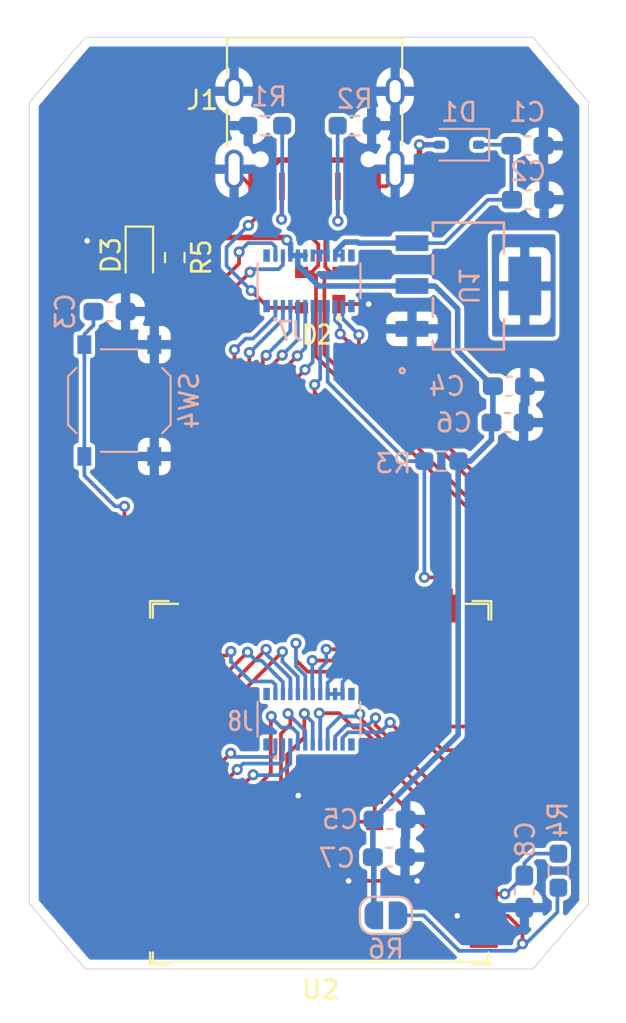
<source format=kicad_pcb>
(kicad_pcb (version 20241229) (generator "pcbnew") (generator_version "9.0")
  (layers (0 "F.Cu" signal) (2 "B.Cu" signal) (13 "F.Paste" user) (15 "B.Paste" user) (5 "F.SilkS" user "F.Silkscreen") (7 "B.SilkS" user "B.Silkscreen") (1 "F.Mask" user) (3 "B.Mask" user) (25 "Edge.Cuts" user))
  (net 0 "")
  (net 1 "GND")
  (net 2 "VCC_3V3")
  (net 3 "GPIO0")
  (net 4 "VCC_5V")
  (net 5 "VBUS")
  (net 6 "Net-(D3-A)")
  (net 7 "D-")
  (net 8 "D+")
  (net 11 "TXD0")
  (net 12 "/CC2")
  (net 13 "/CC1")
  (net 14 "RXD0")
  (net 15 "GPIO41")
  (net 16 "GPIO42")
  (net 17 "/CHIP_PU")
  (net 18 "GPIO2")
  (net 19 "GPIO1")
  (net 20 "GPIO7")
  (net 21 "GPIO10")
  (net 22 "GPIO9")
  (net 23 "GPIO8")
  (net 24 "GPIO13")
  (net 25 "GPIO4")
  (net 26 "GPIO11")
  (net 27 "GPIO14")
  (net 28 "GPIO12")
  (net 29 "GPIO5")
  (net 30 "GPIO16")
  (net 31 "GPIO18")
  (net 32 "GPIO6")
  (net 33 "GPIO17")
  (net 34 "GPIO3")
  (net 35 "ESP_3.3V")
  (net 36 "GPIO35")
  (net 37 "GPIO36")
  (net 38 "GPIO37")
  (net 39 "GPIO38")
  (net 40 "GPIO21")
  (net 41 "GPIO47")
  (net 42 "GPIO48")
  (net 43 "unconnected-(U1-EPAD-Pad4)")
  (net 48 "GPIO15")
  (footprint "PRTR5V0U2X_215:PRTR5V0U2X_215" (layer "F.Cu") (at 143.55 82.475 90)
    (property "Reference" "D2")
    (property "Value" "PRTR5V0U2X_215")
  )
  (footprint "Resistor_SMD:R_0603_1608Metric_Pad0.98x0.95mm_HandSolder" (layer "F.Cu") (at 135.75 80.725 -90)
    (property "Reference" "R5")
    (property "Value" "1K")
  )
  (footprint "12402012E212A:USB_C_Receptacle_HRO_TYPE-C-31-M-12" (layer "F.Cu") (at 143.25 72.855 180)
    (property "Reference" "J1")
    (property "Value" "USB_C_Receptacle_USB2.0_16P")
  )
  (footprint "PCM_Espressif:ESP32-S3-WROOM-1U" (layer "F.Cu") (at 143.575 109.06 180)
    (property "Reference" "U2")
    (property "Value" "ESP32-S3-WROOM-1U-N4")
  )
  (footprint "LED_SMD:LED_0603_1608Metric_Pad1.05x0.95mm_HandSolder" (layer "F.Cu") (at 133.85 80.725 -90)
    (property "Reference" "D3")
    (property "Value" "LED")
  )
  (footprint "Button_Switch_SMD:SW_Push_1P1T_XKB_TS-1187A" (layer "B.Cu") (at 132.775 88.4 90)
    (property "Reference" "SW4")
    (property "Value" "SW_Push")
  )
  (footprint "Resistor_SMD:R_0603_1608Metric_Pad0.98x0.95mm_HandSolder" (layer "B.Cu") (at 145.4 73.65 180)
    (property "Reference" "R2")
    (property "Value" "5.1K")
  )
  (footprint "Diode_SMD:D_SOD-323" (layer "B.Cu") (at 151 74.675 180)
    (property "Reference" "D1")
    (property "Value" "1N5819WS")
  )
  (footprint "Jumper:SolderJumper-2_P1.3mm_Open_RoundedPad1.0x1.5mm" (layer "B.Cu") (at 147.075 116.025)
    (property "Reference" "R6")
    (property "Value" "0")
  )
  (footprint "Capacitor_SMD:C_0603_1608Metric_Pad1.08x0.95mm_HandSolder" (layer "B.Cu") (at 147.275 110.875)
    (property "Reference" "C5")
    (property "Value" "10uF")
  )
  (footprint "Capacitor_SMD:C_0603_1608Metric_Pad1.08x0.95mm_HandSolder" (layer "B.Cu") (at 153.6 89.58)
    (property "Reference" "C6")
    (property "Value" "10uF")
  )
  (footprint "Capacitor_SMD:C_0603_1608Metric_Pad1.08x0.95mm_HandSolder" (layer "B.Cu") (at 153.675 87.63)
    (property "Reference" "C4")
    (property "Value" "0.1uF")
  )
  (footprint "Capacitor_SMD:C_0603_1608Metric_Pad1.08x0.95mm_HandSolder" (layer "B.Cu") (at 154.7 77.625)
    (property "Reference" "C2")
    (property "Value" "0.1uF")
  )
  (footprint "Capacitor_SMD:C_0603_1608Metric_Pad1.08x0.95mm_HandSolder" (layer "B.Cu") (at 147.2375 112.9)
    (property "Reference" "C7")
    (property "Value" "0.1uF")
  )
  (footprint "Capacitor_SMD:C_0603_1608Metric_Pad1.08x0.95mm_HandSolder" (layer "B.Cu") (at 132.25 83.625 180)
    (property "Reference" "C3")
    (property "Value" "0.1uF")
  )
  (footprint "DF40C:HRS_DF40C-20DP-0.4V_51_" (layer "B.Cu") (at 142.95 105.5)
    (property "Reference" "J8")
    (property "Value" "Conn_02x10_Counter_Clockwise")
  )
  (footprint "Resistor_SMD:R_0603_1608Metric_Pad0.98x0.95mm_HandSolder" (layer "B.Cu") (at 140.6 73.65)
    (property "Reference" "R1")
    (property "Value" "5.1K")
  )
  (footprint "Resistor_SMD:R_0603_1608Metric_Pad0.98x0.95mm_HandSolder" (layer "B.Cu") (at 156.325 113.625 -90)
    (property "Reference" "R4")
    (property "Value" "10K")
  )
  (footprint "AZ1117CH_3_3TRG1:SOT-223_DIO" (layer "B.Cu") (at 151.5 82.2535 90)
    (property "Reference" "U1")
    (property "Value" "AZ1117CH-3.3TRG1")
  )
  (footprint "Capacitor_SMD:C_0603_1608Metric_Pad1.08x0.95mm_HandSolder" (layer "B.Cu") (at 154.5 114.75 -90)
    (property "Reference" "C8")
    (property "Value" "1uF")
  )
  (footprint "Capacitor_SMD:C_0603_1608Metric_Pad1.08x0.95mm_HandSolder" (layer "B.Cu") (at 154.6625 74.725)
    (property "Reference" "C1")
    (property "Value" "10uF")
  )
  (footprint "DF40C:HRS_DF40C-20DP-0.4V_51_" (layer "B.Cu") (at 142.95 81.975)
    (property "Reference" "J7")
    (property "Value" "Conn_02x10_Counter_Clockwise")
  )
  (footprint "Resistor_SMD:R_0603_1608Metric_Pad0.98x0.95mm_HandSolder" (layer "B.Cu") (at 150.05 91.65)
    (property "Reference" "R3")
    (property "Value" "1K")
  )
  (gr_line (start 130.95 118.9) (end 154.95 118.9) (stroke (width 0.05)) (layer "Edge.Cuts"))
  (gr_line (start 127.95 115.4) (end 130.95 118.9) (stroke (width 0.05)) (layer "Edge.Cuts"))
  (gr_line (start 154.95 68.9) (end 130.95 68.9) (stroke (width 0.05)) (layer "Edge.Cuts"))
  (gr_line (start 157.95 115.408197) (end 157.95 72.4) (stroke (width 0.05)) (layer "Edge.Cuts"))
  (gr_line (start 127.95 72.4) (end 130.95 68.9) (stroke (width 0.05)) (layer "Edge.Cuts"))
  (gr_line (start 127.95 72.4) (end 127.95 115.4) (stroke (width 0.05)) (layer "Edge.Cuts"))
  (gr_line (start 157.95 115.408197) (end 154.95 118.9) (stroke (width 0.05)) (layer "Edge.Cuts"))
  (gr_line (start 157.95 72.4) (end 154.95 68.9) (stroke (width 0.05)) (layer "Edge.Cuts"))
  (segment (start 146.5 76.9) (end 147.1 76.9) (width 0.2) (layer "F.Cu") (net 1))
  (segment (start 139.845 76.9) (end 138.93 75.985) (width 0.2) (layer "F.Cu") (net 1))
  (segment (start 143.675 108.2) (end 143.675 109.6) (width 0.2) (layer "F.Cu") (net 1))
  (segment (start 143.675 111) (end 143.675 109.6) (width 0.2) (layer "F.Cu") (net 1))
  (segment (start 147.57 76.43) (end 147.57 75.985) (width 0.2) (layer "F.Cu") (net 1))
  (segment (start 146.475 109.6) (end 146.475 111) (width 0.2) (layer "F.Cu") (net 1))
  (segment (start 142.375 109.6) (end 143.675 109.6) (width 0.2) (layer "F.Cu") (net 1))
  (segment (start 145.075 109.6) (end 143.675 109.6) (width 0.2) (layer "F.Cu") (net 1))
  (segment (start 146.475 111) (end 145.075 111) (width 0.2) (layer "F.Cu") (net 1))
  (segment (start 146.475 108.2) (end 146.475 109.6) (width 0.2) (layer "F.Cu") (net 1))
  (segment (start 145.075 108.2) (end 143.675 108.2) (width 0.2) (layer "F.Cu") (net 1))
  (segment (start 131.05 79.825) (end 133.825 79.825) (width 0.2) (layer "F.Cu") (net 1))
  (segment (start 143.675 111) (end 145.075 111) (width 0.2) (layer "F.Cu") (net 1))
  (segment (start 139.65 114.175) (end 145.075 114.175) (width 0.2) (layer "F.Cu") (net 1))
  (segment (start 146.475 108.2) (end 145.075 108.2) (width 0.2) (layer "F.Cu") (net 1))
  (segment (start 145.075 108.2) (end 145.075 109.6) (width 0.2) (layer "F.Cu") (net 1))
  (segment (start 140 76.9) (end 139.845 76.9) (width 0.2) (layer "F.Cu") (net 1))
  (segment (start 150.9 117.225) (end 150.995 117.32) (width 0.2) (layer "F.Cu") (net 1))
  (segment (start 150.995 117.32) (end 152.325 117.32) (width 0.2) (layer "F.Cu") (net 1))
  (segment (start 136.505 117.32) (end 139.65 114.175) (width 0.2) (layer "F.Cu") (net 1))
  (segment (start 145.075 109.6) (end 145.075 111) (width 0.2) (layer "F.Cu") (net 1))
  (segment (start 144.55 83.225) (end 146.15 83.225) (width 0.2) (layer "F.Cu") (net 1))
  (segment (start 145.075 111) (end 145.075 114.175) (width 0.2) (layer "F.Cu") (net 1))
  (segment (start 134.825 117.32) (end 136.505 117.32) (width 0.2) (layer "F.Cu") (net 1))
  (segment (start 145.075 114.175) (end 148.75 114.175) (width 0.2) (layer "F.Cu") (net 1))
  (segment (start 133.825 79.825) (end 133.85 79.85) (width 0.2) (layer "F.Cu") (net 1))
  (segment (start 150.9 116.05) (end 150.9 117.225) (width 0.2) (layer "F.Cu") (net 1))
  (segment (start 146.475 109.6) (end 145.075 109.6) (width 0.2) (layer "F.Cu") (net 1))
  (segment (start 147.1 76.9) (end 147.57 76.43) (width 0.2) (layer "F.Cu") (net 1))
  (via (at 142.375 109.6) (size 0.6) (drill 0.3) (layers "F.Cu" "B.Cu") (net 1))
  (via (at 146.15 83.225) (size 0.6) (drill 0.3) (layers "F.Cu" "B.Cu") (net 1))
  (via (at 145.075 114.175) (size 0.6) (drill 0.3) (layers "F.Cu" "B.Cu") (net 1))
  (via (at 150.9 116.05) (size 0.6) (drill 0.3) (layers "F.Cu" "B.Cu") (net 1))
  (via (at 148.75 114.175) (size 0.6) (drill 0.3) (layers "F.Cu" "B.Cu") (net 1))
  (via (at 131.05 79.825) (size 0.6) (drill 0.3) (layers "F.Cu" "B.Cu") (net 1))
  (segment (start 144.475 103.025) (end 144.475 102.875) (width 0.2) (layer "B.Cu") (net 1))
  (segment (start 143.95 103.96) (end 143.95 103.55) (width 0.2) (layer "B.Cu") (net 1))
  (segment (start 143.15 80.435) (end 143.95 80.435) (width 0.2) (layer "B.Cu") (net 1))
  (segment (start 146 102.25) (end 146.15 102.25) (width 0.2) (layer "B.Cu") (net 1))
  (segment (start 144.35 104.145) (end 144.75 104.145) (width 0.2) (layer "B.Cu") (net 1))
  (segment (start 144.75 103.96) (end 144.75 103.5) (width 0.2) (layer "B.Cu") (net 1))
  (segment (start 143.95 104.145) (end 144.35 104.145) (width 0.2) (layer "B.Cu") (net 1))
  (segment (start 143.95 80.435) (end 143.95 79.325) (width 0.2) (layer "B.Cu") (net 1))
  (segment (start 143.95 103.55) (end 144.475 103.025) (width 0.2) (layer "B.Cu") (net 1))
  (segment (start 144.75 103.5) (end 146 102.25) (width 0.2) (layer "B.Cu") (net 1))
  (segment (start 143.95 79.325) (end 143.575 78.95) (width 0.2) (layer "B.Cu") (net 1))
  (segment (start 141.7625 79.7875) (end 141.625 79.65) (width 0.3) (layer "F.Cu") (net 2))
  (segment (start 141.625 79.65) (end 135.9125 79.65) (width 0.3) (layer "F.Cu") (net 2))
  (segment (start 135.9125 79.65) (end 135.725 79.8375) (width 0.3) (layer "F.Cu") (net 2))
  (via (at 141.7625 79.7875) (size 0.6) (drill 0.3) (layers "F.Cu" "B.Cu") (net 2))
  (segment (start 141.7625 79.7875) (end 141.95 79.975) (width 0.3) (layer "B.Cu") (net 2))
  (segment (start 149.7035 82.2535) (end 150.925 83.475) (width 0.3) (layer "B.Cu") (net 2))
  (segment (start 151.6 91.65) (end 152.7375 90.5125) (width 0.3) (layer "B.Cu") (net 2))
  (segment (start 152.8125 87.63) (end 152.8125 89.505) (width 0.3) (layer "B.Cu") (net 2))
  (segment (start 141.966 79.989) (end 141.966 80.62) (width 0.3) (layer "B.Cu") (net 2))
  (segment (start 150.925 83.475) (end 150.925 85.7425) (width 0.3) (layer "B.Cu") (net 2))
  (segment (start 150.95 106.3375) (end 150.95 91.6625) (width 0.3) (layer "B.Cu") (net 2))
  (segment (start 150.925 85.7425) (end 152.8125 87.63) (width 0.3) (layer "B.Cu") (net 2))
  (segment (start 152.7375 90.5125) (end 152.7375 89.58) (width 0.3) (layer "B.Cu") (net 2))
  (segment (start 146.375 112.9) (end 146.375 110.9125) (width 0.3) (layer "B.Cu") (net 2))
  (segment (start 142.35 81.141) (end 143.4625 82.2535) (width 0.3) (layer "B.Cu") (net 2))
  (segment (start 141.966 80.62) (end 142.35 80.62) (width 0.3) (layer "B.Cu") (net 2))
  (segment (start 141.95 79.975) (end 141.95 79.989) (width 0.3) (layer "B.Cu") (net 2))
  (segment (start 146.425 112.95) (end 146.375 112.9) (width 0.3) (layer "B.Cu") (net 2))
  (segment (start 152.8125 89.505) (end 152.7375 89.58) (width 0.3) (layer "B.Cu") (net 2))
  (segment (start 146.4125 110.875) (end 150.95 106.3375) (width 0.3) (layer "B.Cu") (net 2))
  (segment (start 142.35 80.62) (end 142.35 81.141) (width 0.3) (layer "B.Cu") (net 2))
  (segment (start 150.9625 91.65) (end 151.6 91.65) (width 0.3) (layer "B.Cu") (net 2))
  (segment (start 148.475 82.2535) (end 149.7035 82.2535) (width 0.3) (layer "B.Cu") (net 2))
  (segment (start 146.375 110.9125) (end 146.4125 110.875) (width 0.3) (layer "B.Cu") (net 2))
  (segment (start 143.4625 82.2535) (end 148.475 82.2535) (width 0.3) (layer "B.Cu") (net 2))
  (segment (start 146.425 116.025) (end 146.425 112.95) (width 0.3) (layer "B.Cu") (net 2))
  (segment (start 141.95 79.989) (end 141.966 79.989) (width 0.3) (layer "B.Cu") (net 2))
  (segment (start 142.75 80.62) (end 142.35 80.62) (width 0.3) (layer "B.Cu") (net 2))
  (segment (start 150.95 91.6625) (end 150.9625 91.65) (width 0.3) (layer "B.Cu") (net 2))
  (segment (start 133.05 97.25) (end 134.825 99.025) (width 0.2) (layer "F.Cu") (net 3))
  (segment (start 134.825 99.025) (end 134.825 100.81) (width 0.2) (layer "F.Cu") (net 3))
  (segment (start 133.05 94.075) (end 133.05 97.25) (width 0.2) (layer "F.Cu") (net 3))
  (via (at 133.05 94.075) (size 0.6) (drill 0.3) (layers "F.Cu" "B.Cu") (net 3))
  (segment (start 131.3875 84.3625) (end 131.3875 83.625) (width 0.2) (layer "B.Cu") (net 3))
  (segment (start 133.05 94.075) (end 132.55 94.075) (width 0.2) (layer "B.Cu") (net 3))
  (segment (start 130.9 84.85) (end 131.3875 84.3625) (width 0.2) (layer "B.Cu") (net 3))
  (segment (start 130.9 92.425) (end 130.9 84.85) (width 0.2) (layer "B.Cu") (net 3))
  (segment (start 132.55 94.075) (end 130.9 92.425) (width 0.2) (layer "B.Cu") (net 3))
  (segment (start 145.544882 79.894882) (end 145.6035 79.9535) (width 0.3) (layer "B.Cu") (net 4))
  (segment (start 152.05 74.675) (end 153.75 74.675) (width 0.2) (layer "B.Cu") (net 4))
  (segment (start 150.2215 79.9535) (end 148.475 79.9535) (width 0.2) (layer "B.Cu") (net 4))
  (segment (start 144.401 80.374) (end 144.401 80.435) (width 0.3) (layer "B.Cu") (net 4))
  (segment (start 144.880118 79.894882) (end 144.401 80.374) (width 0.3) (layer "B.Cu") (net 4))
  (segment (start 153.8 74.725) (end 153.8 77.5875) (width 0.2) (layer "B.Cu") (net 4))
  (segment (start 145.6035 79.9535) (end 148.475 79.9535) (width 0.3) (layer "B.Cu") (net 4))
  (segment (start 153.8375 77.625) (end 152.55 77.625) (width 0.2) (layer "B.Cu") (net 4))
  (segment (start 153.8 77.5875) (end 153.8375 77.625) (width 0.2) (layer "B.Cu") (net 4))
  (segment (start 144.880118 79.894882) (end 145.544882 79.894882) (width 0.3) (layer "B.Cu") (net 4))
  (segment (start 152.55 77.625) (end 150.2215 79.9535) (width 0.2) (layer "B.Cu") (net 4))
  (segment (start 153.75 74.675) (end 153.8 74.725) (width 0.2) (layer "B.Cu") (net 4))
  (segment (start 144.35 80.62) (end 144.75 80.62) (width 0.2) (layer "B.Cu") (net 4))
  (segment (start 140.8 77.9) (end 140.8 76.9) (width 0.2) (layer "F.Cu") (net 5))
  (segment (start 142.55 83.425) (end 140.775 83.425) (width 0.2) (layer "F.Cu") (net 5))
  (segment (start 148.875 74.675) (end 148.875 77.475) (width 0.3) (layer "F.Cu") (net 5))
  (segment (start 141.327 75.496) (end 140.999 75.824) (width 0.3) (layer "F.Cu") (net 5))
  (segment (start 145.501 75.824) (end 145.173 75.496) (width 0.3) (layer "F.Cu") (net 5))
  (segment (start 145.7 76.9) (end 145.501 76.701) (width 0.3) (layer "F.Cu") (net 5))
  (segment (start 140.999 76.701) (end 140.8 76.9) (width 0.3) (layer "F.Cu") (net 5))
  (segment (start 145.501 76.701) (end 145.501 75.824) (width 0.3) (layer "F.Cu") (net 5))
  (segment (start 145.973 78.1) (end 145.7 77.827) (width 0.3) (layer "F.Cu") (net 5))
  (segment (start 140.775 83.425) (end 139.85 82.5) (width 0.2) (layer "F.Cu") (net 5))
  (segment (start 145.173 75.496) (end 141.327 75.496) (width 0.3) (layer "F.Cu") (net 5))
  (segment (start 139.7 79) (end 140.8 77.9) (width 0.2) (layer "F.Cu") (net 5))
  (segment (start 148.875 77.475) (end 148.25 78.1) (width 0.3) (layer "F.Cu") (net 5))
  (segment (start 148.25 78.1) (end 145.973 78.1) (width 0.3) (layer "F.Cu") (net 5))
  (segment (start 140.999 75.824) (end 140.999 76.701) (width 0.3) (layer "F.Cu") (net 5))
  (segment (start 145.7 77.827) (end 145.7 76.9) (width 0.3) (layer "F.Cu") (net 5))
  (via (at 139.7 79) (size 0.6) (drill 0.3) (layers "F.Cu" "B.Cu") (net 5))
  (via (at 139.85 82.5) (size 0.6) (drill 0.3) (layers "F.Cu" "B.Cu") (net 5))
  (via (at 148.875 74.675) (size 0.6) (drill 0.3) (layers "F.Cu" "B.Cu") (net 5))
  (segment (start 138.525 80.175) (end 138.525 81.175) (width 0.2) (layer "B.Cu") (net 5))
  (segment (start 139.7 79) (end 138.525 80.175) (width 0.2) (layer "B.Cu") (net 5))
  (segment (start 148.875 74.675) (end 149.95 74.675) (width 0.3) (layer "B.Cu") (net 5))
  (segment (start 138.525 81.175) (end 139.85 82.5) (width 0.2) (layer "B.Cu") (net 5))
  (segment (start 133.85 81.6) (end 135.7125 81.6) (width 0.2) (layer "F.Cu") (net 6))
  (segment (start 135.7125 81.6) (end 135.75 81.6375) (width 0.2) (layer "F.Cu") (net 6))
  (segment (start 144 77.825) (end 144 76.9) (width 0.2) (layer "F.Cu") (net 7))
  (segment (start 143.825 79.756802) (end 143.825 81.225) (width 0.2) (layer "F.Cu") (net 7))
  (segment (start 153.288198 102.08) (end 152.325 102.08) (width 0.2) (layer "F.Cu") (net 7))
  (segment (start 144.1 81.525) (end 143.775 81.85) (width 0.2) (layer "F.Cu") (net 7))
  (segment (start 143.9 77.925) (end 144 77.825) (width 0.2) (layer "F.Cu") (net 7))
  (segment (start 143.048 77.925) (end 143.9 77.925) (width 0.2) (layer "F.Cu") (net 7))
  (segment (start 144.125 81.525) (end 144.55 81.525) (width 0.2) (layer "F.Cu") (net 7))
  (segment (start 143 76.9) (end 143 78.931802) (width 0.2) (layer "F.Cu") (net 7))
  (segment (start 154.15 101.218198) (end 153.288198 102.08) (width 0.2) (layer "F.Cu") (net 7))
  (segment (start 143.775 81.85) (end 143.775 85.925) (width 0.2) (layer "F.Cu") (net 7))
  (segment (start 144.55 81.525) (end 144.1 81.525) (width 0.2) (layer "F.Cu") (net 7))
  (segment (start 154.15 96.3) (end 154.15 101.218198) (width 0.2) (layer "F.Cu") (net 7))
  (segment (start 143 76.9) (end 143 77.877) (width 0.2) (layer "F.Cu") (net 7))
  (segment (start 143 77.877) (end 143.048 77.925) (width 0.2) (layer "F.Cu") (net 7))
  (segment (start 143.825 81.225) (end 144.125 81.525) (width 0.2) (layer "F.Cu") (net 7))
  (segment (start 143.775 85.925) (end 154.15 96.3) (width 0.2) (layer "F.Cu") (net 7))
  (segment (start 143 78.931802) (end 143.825 79.756802) (width 0.2) (layer "F.Cu") (net 7))
  (segment (start 153.775 100.425) (end 153.39 100.81) (width 0.2) (layer "F.Cu") (net 8))
  (segment (start 143.075 81.525) (end 142.55 81.525) (width 0.2) (layer "F.Cu") (net 8))
  (segment (start 143.45 81.15) (end 143.075 81.525) (width 0.2) (layer "F.Cu") (net 8))
  (segment (start 142.549 75.874) (end 143.451 75.874) (width 0.2) (layer "F.Cu") (net 8))
  (segment (start 142.5 79.068198) (end 143.45 80.018198) (width 0.2) (layer "F.Cu") (net 8))
  (segment (start 143.5 75.923) (end 143.5 76.9) (width 0.2) (layer "F.Cu") (net 8))
  (segment (start 143.325 81.75) (end 143.325 86.025) (width 0.2) (layer "F.Cu") (net 8))
  (segment (start 153.775 96.475) (end 153.775 100.425) (width 0.2) (layer "F.Cu") (net 8))
  (segment (start 143.451 75.874) (end 143.5 75.923) (width 0.2) (layer "F.Cu") (net 8))
  (segment (start 142.55 81.525) (end 143.1 81.525) (width 0.2) (layer "F.Cu") (net 8))
  (segment (start 153.39 100.81) (end 152.325 100.81) (width 0.2) (layer "F.Cu") (net 8))
  (segment (start 143.325 86.025) (end 153.775 96.475) (width 0.2) (layer "F.Cu") (net 8))
  (segment (start 142.5 76.9) (end 142.5 75.923) (width 0.2) (layer "F.Cu") (net 8))
  (segment (start 142.5 76.9) (end 142.5 79.068198) (width 0.2) (layer "F.Cu") (net 8))
  (segment (start 143.1 81.525) (end 143.325 81.75) (width 0.2) (layer "F.Cu") (net 8))
  (segment (start 143.45 80.018198) (end 143.45 81.15) (width 0.2) (layer "F.Cu") (net 8))
  (segment (start 142.5 75.923) (end 142.549 75.874) (width 0.2) (layer "F.Cu") (net 8))
  (segment (start 140.901052 108.383948) (end 135.775 113.51) (width 0.2) (layer "F.Cu") (net 11))
  (segment (start 140.925 105.35) (end 140.925 105.627947) (width 0.2) (layer "F.Cu") (net 11))
  (segment (start 140.925 105.627947) (end 140.901052 105.651895) (width 0.2) (layer "F.Cu") (net 11))
  (segment (start 135.775 113.51) (end 134.825 113.51) (width 0.2) (layer "F.Cu") (net 11))
  (segment (start 140.901052 105.651895) (end 140.901052 108.383948) (width 0.2) (layer "F.Cu") (net 11))
  (via (at 140.925 105.35) (size 0.6) (drill 0.3) (layers "F.Cu" "B.Cu") (net 11))
  (segment (start 140.925 105.4) (end 141.475 105.95) (width 0.2) (layer "B.Cu") (net 11))
  (segment (start 141.475 105.95) (end 142.05 105.95) (width 0.2) (layer "B.Cu") (net 11))
  (segment (start 142.35 106.25) (end 142.35 107.04) (width 0.2) (layer "B.Cu") (net 11))
  (segment (start 142.05 105.95) (end 142.35 106.25) (width 0.2) (layer "B.Cu") (net 11))
  (segment (start 140.925 105.35) (end 140.925 105.4) (width 0.2) (layer "B.Cu") (net 11))
  (segment (start 141.475 78.675) (end 141.475 76.925) (width 0.2) (layer "F.Cu") (net 12))
  (segment (start 141.475 76.925) (end 141.5 76.9) (width 0.2) (layer "F.Cu") (net 12))
  (via (at 141.475 78.675) (size 0.6) (drill 0.3) (layers "F.Cu" "B.Cu") (net 12))
  (segment (start 141.5125 78.6375) (end 141.475 78.675) (width 0.2) (layer "B.Cu") (net 12))
  (segment (start 141.5125 73.65) (end 141.5125 78.6375) (width 0.2) (layer "B.Cu") (net 12))
  (segment (start 144.5 78.775) (end 144.5 76.9) (width 0.2) (layer "F.Cu") (net 13))
  (via (at 144.5 78.775) (size 0.6) (drill 0.3) (layers "F.Cu" "B.Cu") (net 13))
  (segment (start 144.4875 78.7625) (end 144.5 78.775) (width 0.2) (layer "B.Cu") (net 13))
  (segment (start 144.4875 73.65) (end 144.4875 78.7625) (width 0.2) (layer "B.Cu") (net 13))
  (segment (start 136.19647 112.24) (end 134.825 112.24) (width 0.2) (layer "F.Cu") (net 14))
  (segment (start 139.955735 108.480735) (end 136.19647 112.24) (width 0.2) (layer "F.Cu") (net 14))
  (via (at 139.955735 108.480735) (size 0.6) (drill 0.3) (layers "F.Cu" "B.Cu") (net 14))
  (segment (start 141.95 107.875) (end 141.95 107.04) (width 0.2) (layer "B.Cu") (net 14))
  (segment (start 139.975 108.5) (end 141.325 108.5) (width 0.2) (layer "B.Cu") (net 14))
  (segment (start 139.955735 108.480735) (end 139.975 108.5) (width 0.2) (layer "B.Cu") (net 14))
  (segment (start 141.325 108.5) (end 141.95 107.875) (width 0.2) (layer "B.Cu") (net 14))
  (segment (start 136.375 109.7) (end 134.825 109.7) (width 0.2) (layer "F.Cu") (net 15))
  (segment (start 138.75 107.325) (end 136.375 109.7) (width 0.2) (layer "F.Cu") (net 15))
  (via (at 138.75 107.325) (size 0.6) (drill 0.3) (layers "F.Cu" "B.Cu") (net 15))
  (segment (start 138.95 107.525) (end 138.75 107.325) (width 0.2) (layer "B.Cu") (net 15))
  (segment (start 141.15 107.04) (end 141.15 106.855) (width 0.2) (layer "B.Cu") (net 15))
  (segment (start 141.15 106.855) (end 141.15 107.35) (width 0.2) (layer "B.Cu") (net 15))
  (segment (start 141.15 107.35) (end 140.975 107.525) (width 0.2) (layer "B.Cu") (net 15))
  (segment (start 140.975 107.525) (end 138.95 107.525) (width 0.2) (layer "B.Cu") (net 15))
  (segment (start 139.1 108.2) (end 136.33 110.97) (width 0.2) (layer "F.Cu") (net 16))
  (segment (start 136.33 110.97) (end 134.825 110.97) (width 0.2) (layer "F.Cu") (net 16))
  (via (at 139.1 108.2) (size 0.6) (drill 0.3) (layers "F.Cu" "B.Cu") (net 16))
  (segment (start 141.55 107.675) (end 141.345265 107.879735) (width 0.2) (layer "B.Cu") (net 16))
  (segment (start 141.345265 107.879735) (end 139.420265 107.879735) (width 0.2) (layer "B.Cu") (net 16))
  (segment (start 139.420265 107.879735) (end 139.1 108.2) (width 0.2) (layer "B.Cu") (net 16))
  (segment (start 141.55 107.04) (end 141.55 107.675) (width 0.2) (layer "B.Cu") (net 16))
  (segment (start 153.45 114.875) (end 152.42 114.875) (width 0.2) (layer "F.Cu") (net 17))
  (segment (start 152.42 114.875) (end 152.325 114.78) (width 0.2) (layer "F.Cu") (net 17))
  (via (at 153.45 114.875) (size 0.6) (drill 0.3) (layers "F.Cu" "B.Cu") (net 17))
  (segment (start 153.5125 114.875) (end 154.5 113.8875) (width 0.2) (layer "B.Cu") (net 17))
  (segment (start 154.5 113.8875) (end 154.5 113.225) (width 0.2) (layer "B.Cu") (net 17))
  (segment (start 155.0125 112.7125) (end 156.325 112.7125) (width 0.2) (layer "B.Cu") (net 17))
  (segment (start 153.45 114.875) (end 153.5125 114.875) (width 0.2) (layer "B.Cu") (net 17))
  (segment (start 154.5 113.225) (end 155.0125 112.7125) (width 0.2) (layer "B.Cu") (net 17))
  (segment (start 141.446 106.279) (end 141.446 109.154) (width 0.2) (layer "F.Cu") (net 18))
  (segment (start 141.446 109.154) (end 135.82 114.78) (width 0.2) (layer "F.Cu") (net 18))
  (segment (start 141.95 105.325) (end 141.95 105.775) (width 0.2) (layer "F.Cu") (net 18))
  (segment (start 141.825 105.2) (end 141.95 105.325) (width 0.2) (layer "F.Cu") (net 18))
  (segment (start 141.95 105.775) (end 141.446 106.279) (width 0.2) (layer "F.Cu") (net 18))
  (segment (start 135.82 114.78) (end 134.825 114.78) (width 0.2) (layer "F.Cu") (net 18))
  (via (at 141.825 105.2) (size 0.6) (drill 0.3) (layers "F.Cu" "B.Cu") (net 18))
  (segment (start 141.825 105.2) (end 142.75 106.125) (width 0.2) (layer "B.Cu") (net 18))
  (segment (start 142.75 106.125) (end 142.75 107.04) (width 0.2) (layer "B.Cu") (net 18))
  (segment (start 141.774 109.848943) (end 135.572943 116.05) (width 0.2) (layer "F.Cu") (net 19))
  (segment (start 135.572943 116.05) (end 134.825 116.05) (width 0.2) (layer "F.Cu") (net 19))
  (segment (start 142.7 105.2) (end 142.7 106.475) (width 0.2) (layer "F.Cu") (net 19))
  (segment (start 141.774 107.401) (end 141.774 109.848943) (width 0.2) (layer "F.Cu") (net 19))
  (segment (start 142.7 106.475) (end 141.774 107.401) (width 0.2) (layer "F.Cu") (net 19))
  (via (at 142.7 105.2) (size 0.6) (drill 0.3) (layers "F.Cu" "B.Cu") (net 19))
  (segment (start 143.15 105.675) (end 143.15 107.04) (width 0.2) (layer "B.Cu") (net 19))
  (segment (start 142.7 105.225) (end 143.15 105.675) (width 0.2) (layer "B.Cu") (net 19))
  (segment (start 142.7 105.2) (end 142.7 105.225) (width 0.2) (layer "B.Cu") (net 19))
  (segment (start 148.325 106.7) (end 148.325 107.725) (width 0.2) (layer "F.Cu") (net 20))
  (segment (start 147.3 105.675) (end 148.325 106.7) (width 0.2) (layer "F.Cu") (net 20))
  (segment (start 148.325 107.725) (end 150.3 109.7) (width 0.2) (layer "F.Cu") (net 20))
  (segment (start 150.3 109.7) (end 152.325 109.7) (width 0.2) (layer "F.Cu") (net 20))
  (via (at 147.3 105.675) (size 0.6) (drill 0.3) (layers "F.Cu" "B.Cu") (net 20))
  (segment (start 145.05 106.2) (end 144.75 106.5) (width 0.2) (layer "B.Cu") (net 20))
  (segment (start 146.775 106.2) (end 145.05 106.2) (width 0.2) (layer "B.Cu") (net 20))
  (segment (start 144.75 106.5) (end 144.75 107.04) (width 0.2) (layer "B.Cu") (net 20))
  (segment (start 147.3 105.675) (end 146.775 106.2) (width 0.2) (layer "B.Cu") (net 20))
  (segment (start 146.75 92.65) (end 146.75 99.56) (width 0.2) (layer "F.Cu") (net 21))
  (segment (start 142.074 87.410859) (end 142.074 87.974) (width 0.2) (layer "F.Cu") (net 21))
  (segment (start 142.074 87.974) (end 146.75 92.65) (width 0.2) (layer "F.Cu") (net 21))
  (segment (start 142.738785 86.746074) (end 142.074 87.410859) (width 0.2) (layer "F.Cu") (net 21))
  (via (at 142.738785 86.746074) (size 0.6) (drill 0.3) (layers "F.Cu" "B.Cu") (net 21))
  (segment (start 142.738785 86.746074) (end 143.15 86.334859) (width 0.2) (layer "B.Cu") (net 21))
  (segment (start 143.15 86.334859) (end 143.15 83.515) (width 0.2) (layer "B.Cu") (net 21))
  (segment (start 143.25 87.55) (end 143.25 87.975) (width 0.2) (layer "F.Cu") (net 22))
  (segment (start 143.25 87.975) (end 148.02 92.745) (width 0.2) (layer "F.Cu") (net 22))
  (segment (start 148.02 92.745) (end 148.02 99.56) (width 0.2) (layer "F.Cu") (net 22))
  (via (at 143.25 87.55) (size 0.6) (drill 0.3) (layers "F.Cu" "B.Cu") (net 22))
  (segment (start 143.55 87.25) (end 143.55 83.515) (width 0.2) (layer "B.Cu") (net 22))
  (segment (start 143.25 87.55) (end 143.55 87.25) (width 0.2) (layer "B.Cu") (net 22))
  (segment (start 145.025 86.075) (end 154.825 95.875) (width 0.2) (layer "F.Cu") (net 23))
  (segment (start 153.275 103.35) (end 152.325 103.35) (width 0.2) (layer "F.Cu") (net 23))
  (segment (start 145.025 85.225) (end 145.025 86.075) (width 0.2) (layer "F.Cu") (net 23))
  (segment (start 154.825 95.875) (end 154.825 101.8) (width 0.2) (layer "F.Cu") (net 23))
  (segment (start 144.625 84.825) (end 145.025 85.225) (width 0.2) (layer "F.Cu") (net 23))
  (segment (start 154.825 101.8) (end 153.275 103.35) (width 0.2) (layer "F.Cu") (net 23))
  (via (at 144.625 84.825) (size 0.6) (drill 0.3) (layers "F.Cu" "B.Cu") (net 23))
  (segment (start 144.625 84.825) (end 144.625 84.375) (width 0.2) (layer "B.Cu") (net 23))
  (segment (start 144.625 84.375) (end 144.35 84.1) (width 0.2) (layer "B.Cu") (net 23))
  (segment (start 144.35 84.1) (end 144.35 83.515) (width 0.2) (layer "B.Cu") (net 23))
  (segment (start 140.65 85.975) (end 140.472 86.153) (width 0.2) (layer "F.Cu") (net 24))
  (segment (start 140.472 88.497) (end 142.94 90.965) (width 0.2) (layer "F.Cu") (net 24))
  (segment (start 142.94 90.965) (end 142.94 99.56) (width 0.2) (layer "F.Cu") (net 24))
  (segment (start 140.472 86.153) (end 140.472 88.497) (width 0.2) (layer "F.Cu") (net 24))
  (via (at 140.65 85.975) (size 0.6) (drill 0.3) (layers "F.Cu" "B.Cu") (net 24))
  (segment (start 141.95 83.515) (end 141.95 84.675) (width 0.2) (layer "B.Cu") (net 24))
  (segment (start 141.95 84.675) (end 140.65 85.975) (width 0.2) (layer "B.Cu") (net 24))
  (segment (start 151.375 113.51) (end 152.325 113.51) (width 0.2) (layer "F.Cu") (net 25))
  (segment (start 145.341919 105.951) (end 145.728 105.951) (width 0.2) (layer "F.Cu") (net 25))
  (segment (start 145.728 105.951) (end 147.226 107.449) (width 0.2) (layer "F.Cu") (net 25))
  (segment (start 143.5 105.325) (end 143.65 105.175) (width 0.2) (layer "F.Cu") (net 25))
  (segment (start 144.565919 105.175) (end 145.341919 105.951) (width 0.2) (layer "F.Cu") (net 25))
  (segment (start 147.226 109.361) (end 151.375 113.51) (width 0.2) (layer "F.Cu") (net 25))
  (segment (start 147.226 107.449) (end 147.226 109.361) (width 0.2) (layer "F.Cu") (net 25))
  (segment (start 143.65 105.175) (end 144.565919 105.175) (width 0.2) (layer "F.Cu") (net 25))
  (segment (start 143.5 105.175) (end 143.5 105.325) (width 0.2) (layer "F.Cu") (net 25))
  (via (at 143.5 105.175) (size 0.6) (drill 0.3) (layers "F.Cu" "B.Cu") (net 25))
  (segment (start 143.55 105.225) (end 143.55 107.04) (width 0.2) (layer "B.Cu") (net 25))
  (segment (start 143.5 105.175) (end 143.55 105.225) (width 0.2) (layer "B.Cu") (net 25))
  (segment (start 142.325 86) (end 141.425 86.9) (width 0.2) (layer "F.Cu") (net 26))
  (segment (start 145.48 92.405) (end 145.48 99.56) (width 0.2) (layer "F.Cu") (net 26))
  (segment (start 141.425 88.35) (end 145.48 92.405) (width 0.2) (layer "F.Cu") (net 26))
  (segment (start 141.425 86.9) (end 141.425 88.35) (width 0.2) (layer "F.Cu") (net 26))
  (via (at 142.325 86) (size 0.6) (drill 0.3) (layers "F.Cu" "B.Cu") (net 26))
  (segment (start 142.75 85.575) (end 142.75 83.515) (width 0.2) (layer "B.Cu") (net 26))
  (segment (start 142.325 86) (end 142.75 85.575) (width 0.2) (layer "B.Cu") (net 26))
  (segment (start 139.75 88.475) (end 141.67 90.395) (width 0.2) (layer "F.Cu") (net 27))
  (segment (start 139.75 85.825) (end 139.75 88.475) (width 0.2) (layer "F.Cu") (net 27))
  (segment (start 141.67 90.395) (end 141.67 99.56) (width 0.2) (layer "F.Cu") (net 27))
  (via (at 139.75 85.825) (size 0.6) (drill 0.3) (layers "F.Cu" "B.Cu") (net 27))
  (segment (start 139.775 85.825) (end 139.75 85.825) (width 0.2) (layer "B.Cu") (net 27))
  (segment (start 141.55 83.515) (end 141.55 84.05) (width 0.2) (layer "B.Cu") (net 27))
  (segment (start 141.55 84.05) (end 139.775 85.825) (width 0.2) (layer "B.Cu") (net 27))
  (segment (start 144.21 91.598862) (end 144.21 99.56) (width 0.2) (layer "F.Cu") (net 28))
  (segment (start 140.8 88.188862) (end 144.21 91.598862) (width 0.2) (layer "F.Cu") (net 28))
  (segment (start 140.8 86.67647) (end 140.8 88.188862) (width 0.2) (layer "F.Cu") (net 28))
  (segment (start 141.513235 85.963235) (end 140.8 86.67647) (width 0.2) (layer "F.Cu") (net 28))
  (via (at 141.513235 85.963235) (size 0.6) (drill 0.3) (layers "F.Cu" "B.Cu") (net 28))
  (segment (start 142.35 85.12647) (end 142.35 83.515) (width 0.2) (layer "B.Cu") (net 28))
  (segment (start 141.513235 85.963235) (end 142.35 85.12647) (width 0.2) (layer "B.Cu") (net 28))
  (segment (start 145.675 105.225) (end 145.675 105.434138) (width 0.2) (layer "F.Cu") (net 29))
  (segment (start 151.375 112.24) (end 152.325 112.24) (width 0.2) (layer "F.Cu") (net 29))
  (segment (start 147.554 108.419) (end 151.375 112.24) (width 0.2) (layer "F.Cu") (net 29))
  (segment (start 147.554 107.313138) (end 147.554 108.419) (width 0.2) (layer "F.Cu") (net 29))
  (segment (start 145.675 105.434138) (end 147.554 107.313138) (width 0.2) (layer "F.Cu") (net 29))
  (via (at 145.675 105.225) (size 0.6) (drill 0.3) (layers "F.Cu" "B.Cu") (net 29))
  (segment (start 143.95 106.025) (end 143.95 107.04) (width 0.2) (layer "B.Cu") (net 29))
  (segment (start 144.625 105.35) (end 143.95 106.025) (width 0.2) (layer "B.Cu") (net 29))
  (segment (start 145.55 105.35) (end 144.625 105.35) (width 0.2) (layer "B.Cu") (net 29))
  (segment (start 145.675 105.225) (end 145.55 105.35) (width 0.2) (layer "B.Cu") (net 29))
  (segment (start 150.121138 107.16) (end 152.325 107.16) (width 0.2) (layer "F.Cu") (net 30))
  (segment (start 145.311138 102.35) (end 150.121138 107.16) (width 0.2) (layer "F.Cu") (net 30))
  (segment (start 143.123946 102.35) (end 145.311138 102.35) (width 0.2) (layer "F.Cu") (net 30))
  (via (at 143.123946 102.35) (size 0.6) (drill 0.3) (layers "F.Cu" "B.Cu") (net 30))
  (segment (start 143.123946 103.933946) (end 143.15 103.96) (width 0.2) (layer "B.Cu") (net 30))
  (segment (start 143.123946 102.35) (end 143.123946 103.933946) (width 0.2) (layer "B.Cu") (net 30))
  (segment (start 153.275 104.62) (end 152.325 104.62) (width 0.2) (layer "F.Cu") (net 31))
  (segment (start 145.625 84.875) (end 145.625 86.1) (width 0.2) (layer "F.Cu") (net 31))
  (segment (start 145.625 86.1) (end 155.2 95.675) (width 0.2) (layer "F.Cu") (net 31))
  (segment (start 155.2 95.675) (end 155.2 102.695) (width 0.2) (layer "F.Cu") (net 31))
  (segment (start 155.2 102.695) (end 153.275 104.62) (width 0.2) (layer "F.Cu") (net 31))
  (via (at 145.625 84.875) (size 0.6) (drill 0.3) (layers "F.Cu" "B.Cu") (net 31))
  (segment (start 145.625 84.875) (end 144.75 84) (width 0.2) (layer "B.Cu") (net 31))
  (segment (start 144.75 84) (end 144.75 83.515) (width 0.2) (layer "B.Cu") (net 31))
  (segment (start 150.77 110.97) (end 152.325 110.97) (width 0.2) (layer "F.Cu") (net 32))
  (segment (start 147.882 107.177276) (end 147.882 108.082) (width 0.2) (layer "F.Cu") (net 32))
  (segment (start 146.519696 105.814972) (end 147.882 107.177276) (width 0.2) (layer "F.Cu") (net 32))
  (segment (start 146.519696 105.430304) (end 146.519696 105.814972) (width 0.2) (layer "F.Cu") (net 32))
  (segment (start 147.882 108.082) (end 150.77 110.97) (width 0.2) (layer "F.Cu") (net 32))
  (via (at 146.519696 105.430304) (size 0.6) (drill 0.3) (layers "F.Cu" "B.Cu") (net 32))
  (segment (start 146.125 105.825) (end 144.95 105.825) (width 0.2) (layer "B.Cu") (net 32))
  (segment (start 144.95 105.825) (end 144.35 106.425) (width 0.2) (layer "B.Cu") (net 32))
  (segment (start 144.35 106.425) (end 144.35 107.04) (width 0.2) (layer "B.Cu") (net 32))
  (segment (start 146.519696 105.430304) (end 146.125 105.825) (width 0.2) (layer "B.Cu") (net 32))
  (segment (start 149.315 105.89) (end 152.325 105.89) (width 0.2) (layer "F.Cu") (net 33))
  (segment (start 143.875 101.75) (end 145.175 101.75) (width 0.2) (layer "F.Cu") (net 33))
  (segment (start 145.175 101.75) (end 149.315 105.89) (width 0.2) (layer "F.Cu") (net 33))
  (via (at 143.875 101.75) (size 0.6) (drill 0.3) (layers "F.Cu" "B.Cu") (net 33))
  (segment (start 143.55 102.775) (end 143.55 103.96) (width 0.2) (layer "B.Cu") (net 33))
  (segment (start 143.875 101.75) (end 143.875 102.45) (width 0.2) (layer "B.Cu") (net 33))
  (segment (start 143.875 102.45) (end 143.55 102.775) (width 0.2) (layer "B.Cu") (net 33))
  (segment (start 149.139019 97.888615) (end 149.888615 97.888615) (width 0.2) (layer "F.Cu") (net 34))
  (segment (start 149.888615 97.888615) (end 150.56 98.56) (width 0.2) (layer "F.Cu") (net 34))
  (segment (start 150.56 98.56) (end 150.56 99.56) (width 0.2) (layer "F.Cu") (net 34))
  (via (at 149.139019 97.888615) (size 0.6) (drill 0.3) (layers "F.Cu" "B.Cu") (net 34))
  (segment (start 149.1375 91.65) (end 149.1375 97.1375) (width 0.2) (layer "B.Cu") (net 34))
  (segment (start 143.95 83.515) (end 143.95 87.4) (width 0.2) (layer "B.Cu") (net 34))
  (segment (start 143.95 87.4) (end 148.2 91.65) (width 0.2) (layer "B.Cu") (net 34))
  (segment (start 149.1375 97.1375) (end 149.139019 97.139019) (width 0.2) (layer "B.Cu") (net 34))
  (segment (start 148.2 91.65) (end 149.1375 91.65) (width 0.2) (layer "B.Cu") (net 34))
  (segment (start 149.139019 97.139019) (end 149.139019 97.888615) (width 0.2) (layer "B.Cu") (net 34))
  (segment (start 153.625 116.05) (end 152.325 116.05) (width 0.2) (layer "F.Cu") (net 35))
  (segment (start 154.4 116.825) (end 153.625 116.05) (width 0.2) (layer "F.Cu") (net 35))
  (segment (start 154.4 117.55) (end 154.4 116.825) (width 0.2) (layer "F.Cu") (net 35))
  (via (at 154.4 117.55) (size 0.6) (drill 0.3) (layers "F.Cu" "B.Cu") (net 35))
  (segment (start 156.275 114.5875) (end 156.325 114.5375) (width 0.2) (layer "B.Cu") (net 35))
  (segment (start 147.725 116.025) (end 147.7885 116.0885) (width 0.2) (layer "B.Cu") (net 35))
  (segment (start 147.725 116.025) (end 149.1 116.025) (width 0.2) (layer "B.Cu") (net 35))
  (segment (start 154.025 117.925) (end 154.4 117.55) (width 0.2) (layer "B.Cu") (net 35))
  (segment (start 156.275 115.85) (end 156.275 114.5875) (width 0.2) (layer "B.Cu") (net 35))
  (segment (start 154.4 117.55) (end 154.575 117.55) (width 0.2) (layer "B.Cu") (net 35))
  (segment (start 147.725 116.025) (end 148.101 116.401) (width 0.2) (layer "B.Cu") (net 35))
  (segment (start 154.575 117.55) (end 156.275 115.85) (width 0.2) (layer "B.Cu") (net 35))
  (segment (start 151 117.925) (end 154.025 117.925) (width 0.2) (layer "B.Cu") (net 35))
  (segment (start 149.1 116.025) (end 151 117.925) (width 0.2) (layer "B.Cu") (net 35))
  (segment (start 138.545 102.08) (end 134.825 102.08) (width 0.2) (layer "F.Cu") (net 36))
  (segment (start 138.7625 101.8625) (end 138.545 102.08) (width 0.2) (layer "F.Cu") (net 36))
  (via (at 138.7625 101.8625) (size 0.6) (drill 0.3) (layers "F.Cu" "B.Cu") (net 36))
  (segment (start 139.825 103.475) (end 140.975 103.475) (width 0.2) (layer "B.Cu") (net 36))
  (segment (start 140.975 103.475) (end 141.15 103.65) (width 0.2) (layer "B.Cu") (net 36))
  (segment (start 138.7625 101.8625) (end 138.7625 102.4125) (width 0.2) (layer "B.Cu") (net 36))
  (segment (start 138.7625 102.4125) (end 139.825 103.475) (width 0.2) (layer "B.Cu") (net 36))
  (segment (start 141.15 103.65) (end 141.15 103.96) (width 0.2) (layer "B.Cu") (net 36))
  (segment (start 139.650735 101.900735) (end 138.20147 103.35) (width 0.2) (layer "F.Cu") (net 37))
  (segment (start 138.20147 103.35) (end 134.825 103.35) (width 0.2) (layer "F.Cu") (net 37))
  (via (at 139.650735 101.900735) (size 0.6) (drill 0.3) (layers "F.Cu" "B.Cu") (net 37))
  (segment (start 139.650735 101.900735) (end 140.1 102.35) (width 0.2) (layer "B.Cu") (net 37))
  (segment (start 140.4 102.35) (end 141.55 103.5) (width 0.2) (layer "B.Cu") (net 37))
  (segment (start 141.55 103.5) (end 141.55 103.96) (width 0.2) (layer "B.Cu") (net 37))
  (segment (start 140.1 102.35) (end 140.4 102.35) (width 0.2) (layer "B.Cu") (net 37))
  (segment (start 140.649265 101.750735) (end 137.78 104.62) (width 0.2) (layer "F.Cu") (net 38))
  (segment (start 137.78 104.62) (end 134.825 104.62) (width 0.2) (layer "F.Cu") (net 38))
  (via (at 140.649265 101.750735) (size 0.6) (drill 0.3) (layers "F.Cu" "B.Cu") (net 38))
  (segment (start 140.675 101.77647) (end 140.675 102.025) (width 0.2) (layer "B.Cu") (net 38))
  (segment (start 140.649265 101.750735) (end 140.675 101.77647) (width 0.2) (layer "B.Cu") (net 38))
  (segment (start 140.675 102.025) (end 141.95 103.3) (width 0.2) (layer "B.Cu") (net 38))
  (segment (start 141.95 103.3) (end 141.95 103.96) (width 0.2) (layer "B.Cu") (net 38))
  (segment (start 141.523535 101.877941) (end 137.511476 105.89) (width 0.2) (layer "F.Cu") (net 39))
  (segment (start 137.511476 105.89) (end 134.825 105.89) (width 0.2) (layer "F.Cu") (net 39))
  (via (at 141.523535 101.877941) (size 0.6) (drill 0.3) (layers "F.Cu" "B.Cu") (net 39))
  (segment (start 142.35 103.225) (end 141.523535 102.398535) (width 0.2) (layer "B.Cu") (net 39))
  (segment (start 141.523535 101.875) (end 141.526476 101.875) (width 0.2) (layer "B.Cu") (net 39))
  (segment (start 141.523535 102.398535) (end 141.523535 101.875) (width 0.2) (layer "B.Cu") (net 39))
  (segment (start 141.526476 101.875) (end 141.523535 101.877941) (width 0.2) (layer "B.Cu") (net 39))
  (segment (start 142.35 103.96) (end 142.35 103.225) (width 0.2) (layer "B.Cu") (net 39))
  (segment (start 138.95 86.149943) (end 139.075 86.274943) (width 0.2) (layer "F.Cu") (net 40))
  (segment (start 139.075 88.55) (end 140.4 89.875) (width 0.2) (layer "F.Cu") (net 40))
  (segment (start 139.075 86.274943) (end 139.075 88.55) (width 0.2) (layer "F.Cu") (net 40))
  (segment (start 140.4 89.875) (end 140.4 99.56) (width 0.2) (layer "F.Cu") (net 40))
  (segment (start 138.95 85.675) (end 138.95 86.149943) (width 0.2) (layer "F.Cu") (net 40))
  (via (at 138.95 85.675) (size 0.6) (drill 0.3) (layers "F.Cu" "B.Cu") (net 40))
  (segment (start 139.95 85.075) (end 141.15 83.875) (width 0.2) (layer "B.Cu") (net 40))
  (segment (start 138.95 85.675) (end 139.55 85.075) (width 0.2) (layer "B.Cu") (net 40))
  (segment (start 141.15 83.875) (end 141.15 83.515) (width 0.2) (layer "B.Cu") (net 40))
  (segment (start 139.55 85.075) (end 139.95 85.075) (width 0.2) (layer "B.Cu") (net 40))
  (segment (start 138.3 83) (end 138.3 97.6) (width 0.2) (layer "F.Cu") (net 41))
  (segment (start 139.7875 81.5125) (end 138.3 83) (width 0.2) (layer "F.Cu") (net 41))
  (segment (start 139.13 98.43) (end 139.13 99.56) (width 0.2) (layer "F.Cu") (net 41))
  (segment (start 138.3 97.6) (end 139.13 98.43) (width 0.2) (layer "F.Cu") (net 41))
  (via (at 139.7875 81.5125) (size 0.6) (drill 0.3) (layers "F.Cu" "B.Cu") (net 41))
  (segment (start 141.325 81.35) (end 141.55 81.125) (width 0.2) (layer "B.Cu") (net 41))
  (segment (start 139.7875 81.5125) (end 139.95 81.35) (width 0.2) (layer "B.Cu") (net 41))
  (segment (start 139.95 81.35) (end 141.325 81.35) (width 0.2) (layer "B.Cu") (net 41))
  (segment (start 141.55 81.125) (end 141.55 80.435) (width 0.2) (layer "B.Cu") (net 41))
  (segment (start 137.86 82.39) (end 137.86 99.56) (width 0.2) (layer "F.Cu") (net 42))
  (segment (start 139.2 81.05) (end 137.86 82.39) (width 0.2) (layer "F.Cu") (net 42))
  (segment (start 139.2 80.425) (end 139.2 81.05) (width 0.2) (layer "F.Cu") (net 42))
  (via (at 139.2 80.425) (size 0.6) (drill 0.3) (layers "F.Cu" "B.Cu") (net 42))
  (segment (start 141.15 80.15) (end 141.15 80.435) (width 0.2) (layer "B.Cu") (net 42))
  (segment (start 140.95 79.95) (end 141.15 80.15) (width 0.2) (layer "B.Cu") (net 42))
  (segment (start 139.675 79.95) (end 140.95 79.95) (width 0.2) (layer "B.Cu") (net 42))
  (segment (start 139.2 80.425) (end 139.675 79.95) (width 0.2) (layer "B.Cu") (net 42))
  (segment (start 143.372889 102.951) (end 143.373889 102.95) (width 0.2) (layer "F.Cu") (net 48))
  (segment (start 145.424943 102.95) (end 150.904943 108.43) (width 0.2) (layer "F.Cu") (net 48))
  (segment (start 142.25 102.325997) (end 142.875003 102.951) (width 0.2) (layer "F.Cu") (net 48))
  (segment (start 143.373889 102.95) (end 145.424943 102.95) (width 0.2) (layer "F.Cu") (net 48))
  (segment (start 150.904943 108.43) (end 152.325 108.43) (width 0.2) (layer "F.Cu") (net 48))
  (segment (start 142.875003 102.951) (end 143.372889 102.951) (width 0.2) (layer "F.Cu") (net 48))
  (segment (start 142.25 101.425) (end 142.25 102.325997) (width 0.2) (layer "F.Cu") (net 48))
  (via (at 142.25 101.425) (size 0.6) (drill 0.3) (layers "F.Cu" "B.Cu") (net 48))
  (segment (start 142.75 103.15) (end 142.75 103.96) (width 0.2) (layer "B.Cu") (net 48))
  (segment (start 142.25 102.65) (end 142.75 103.15) (width 0.2) (layer "B.Cu") (net 48))
  (segment (start 142.25 101.425) (end 142.25 102.65) (width 0.2) (layer "B.Cu") (net 48))
  (zone (net 1) (net_name "GND") (layer "B.Cu") (connect_pads (clearance 0)) (min_thickness 0.25) (fill yes (thermal_gap 0.5) (thermal_bridge_width 0.5))
    (polygon (pts (xy 126.6 67.55) (xy 126.375 121.55) (xy 159.975 121.8) (xy 159.1 67.625)))
  )
  (zone (net 43) (net_name "unconnected-(U1-EPAD-Pad4)") (layer "B.Cu") (priority 1) (connect_pads (clearance 0)) (min_thickness 0.25) (fill yes (thermal_gap 0.5) (thermal_bridge_width 0.5))
    (polygon (pts (xy 152.747264 79.475) (xy 156.175 79.475) (xy 156.175 84.975) (xy 152.772264 84.975)))
  )
)
</source>
